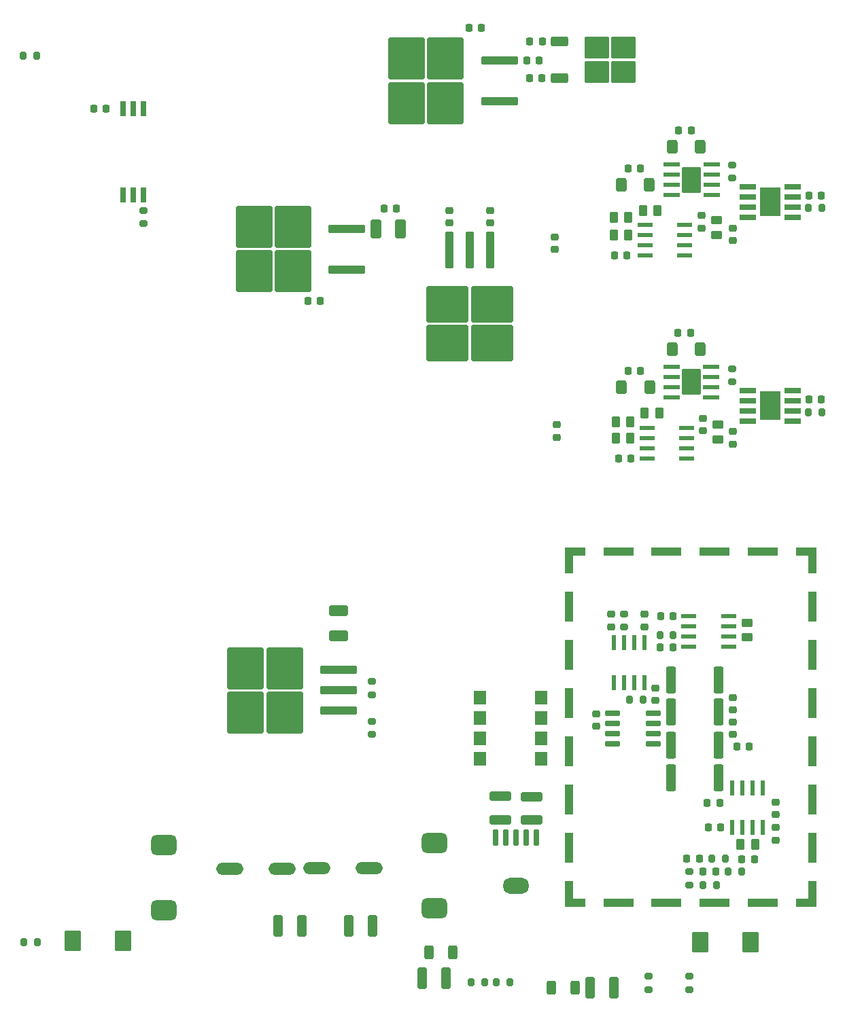
<source format=gbr>
%TF.GenerationSoftware,KiCad,Pcbnew,7.0.1*%
%TF.CreationDate,2023-05-22T18:30:33-04:00*%
%TF.ProjectId,bipolar_current_controller,6269706f-6c61-4725-9f63-757272656e74,rev?*%
%TF.SameCoordinates,Original*%
%TF.FileFunction,Paste,Top*%
%TF.FilePolarity,Positive*%
%FSLAX46Y46*%
G04 Gerber Fmt 4.6, Leading zero omitted, Abs format (unit mm)*
G04 Created by KiCad (PCBNEW 7.0.1) date 2023-05-22 18:30:33*
%MOMM*%
%LPD*%
G01*
G04 APERTURE LIST*
G04 Aperture macros list*
%AMRoundRect*
0 Rectangle with rounded corners*
0 $1 Rounding radius*
0 $2 $3 $4 $5 $6 $7 $8 $9 X,Y pos of 4 corners*
0 Add a 4 corners polygon primitive as box body*
4,1,4,$2,$3,$4,$5,$6,$7,$8,$9,$2,$3,0*
0 Add four circle primitives for the rounded corners*
1,1,$1+$1,$2,$3*
1,1,$1+$1,$4,$5*
1,1,$1+$1,$6,$7*
1,1,$1+$1,$8,$9*
0 Add four rect primitives between the rounded corners*
20,1,$1+$1,$2,$3,$4,$5,0*
20,1,$1+$1,$4,$5,$6,$7,0*
20,1,$1+$1,$6,$7,$8,$9,0*
20,1,$1+$1,$8,$9,$2,$3,0*%
G04 Aperture macros list end*
%ADD10RoundRect,0.250000X0.262500X0.450000X-0.262500X0.450000X-0.262500X-0.450000X0.262500X-0.450000X0*%
%ADD11RoundRect,0.250000X1.100000X-0.325000X1.100000X0.325000X-1.100000X0.325000X-1.100000X-0.325000X0*%
%ADD12RoundRect,0.200000X-0.200000X-0.275000X0.200000X-0.275000X0.200000X0.275000X-0.200000X0.275000X0*%
%ADD13RoundRect,0.200000X0.275000X-0.200000X0.275000X0.200000X-0.275000X0.200000X-0.275000X-0.200000X0*%
%ADD14RoundRect,0.250000X-0.362500X-1.425000X0.362500X-1.425000X0.362500X1.425000X-0.362500X1.425000X0*%
%ADD15RoundRect,0.225000X0.250000X-0.225000X0.250000X0.225000X-0.250000X0.225000X-0.250000X-0.225000X0*%
%ADD16R,2.032000X0.660400*%
%ADD17R,2.540000X3.556000*%
%ADD18RoundRect,0.200000X-0.275000X0.200000X-0.275000X-0.200000X0.275000X-0.200000X0.275000X0.200000X0*%
%ADD19RoundRect,0.218750X-0.218750X-0.256250X0.218750X-0.256250X0.218750X0.256250X-0.218750X0.256250X0*%
%ADD20R,1.000000X1.000000*%
%ADD21R,1.550000X1.000000*%
%ADD22R,3.800000X1.000000*%
%ADD23R,1.000000X2.300000*%
%ADD24R,1.000000X3.800000*%
%ADD25R,1.520000X1.780000*%
%ADD26R,1.520000X1.750000*%
%ADD27RoundRect,0.250000X-0.450000X0.262500X-0.450000X-0.262500X0.450000X-0.262500X0.450000X0.262500X0*%
%ADD28RoundRect,0.625000X-0.975000X0.625000X-0.975000X-0.625000X0.975000X-0.625000X0.975000X0.625000X0*%
%ADD29RoundRect,0.250000X-0.312500X-0.625000X0.312500X-0.625000X0.312500X0.625000X-0.312500X0.625000X0*%
%ADD30RoundRect,0.250000X-0.850000X-0.350000X0.850000X-0.350000X0.850000X0.350000X-0.850000X0.350000X0*%
%ADD31RoundRect,0.250000X-1.275000X-1.125000X1.275000X-1.125000X1.275000X1.125000X-1.275000X1.125000X0*%
%ADD32RoundRect,0.225000X-0.250000X0.225000X-0.250000X-0.225000X0.250000X-0.225000X0.250000X0.225000X0*%
%ADD33R,0.558800X1.981200*%
%ADD34O,3.400000X1.500000*%
%ADD35RoundRect,0.225000X0.225000X0.250000X-0.225000X0.250000X-0.225000X-0.250000X0.225000X-0.250000X0*%
%ADD36RoundRect,0.225000X-0.225000X-0.250000X0.225000X-0.250000X0.225000X0.250000X-0.225000X0.250000X0*%
%ADD37RoundRect,0.250000X-0.325000X-1.100000X0.325000X-1.100000X0.325000X1.100000X-0.325000X1.100000X0*%
%ADD38RoundRect,0.250000X0.450000X-0.262500X0.450000X0.262500X-0.450000X0.262500X-0.450000X-0.262500X0*%
%ADD39RoundRect,0.250000X-0.400000X-0.600000X0.400000X-0.600000X0.400000X0.600000X-0.400000X0.600000X0*%
%ADD40RoundRect,0.250000X-0.925000X0.412500X-0.925000X-0.412500X0.925000X-0.412500X0.925000X0.412500X0*%
%ADD41R,1.981200X0.558800*%
%ADD42RoundRect,0.200000X0.200000X0.275000X-0.200000X0.275000X-0.200000X-0.275000X0.200000X-0.275000X0*%
%ADD43RoundRect,0.041300X0.943700X0.253700X-0.943700X0.253700X-0.943700X-0.253700X0.943700X-0.253700X0*%
%ADD44RoundRect,0.170100X1.044900X1.414900X-1.044900X1.414900X-1.044900X-1.414900X1.044900X-1.414900X0*%
%ADD45RoundRect,0.250000X2.050000X0.300000X-2.050000X0.300000X-2.050000X-0.300000X2.050000X-0.300000X0*%
%ADD46RoundRect,0.250000X2.025000X2.375000X-2.025000X2.375000X-2.025000X-2.375000X2.025000X-2.375000X0*%
%ADD47R,1.981200X0.533400*%
%ADD48RoundRect,0.048800X0.871200X0.256200X-0.871200X0.256200X-0.871200X-0.256200X0.871200X-0.256200X0*%
%ADD49RoundRect,0.250000X0.400000X0.600000X-0.400000X0.600000X-0.400000X-0.600000X0.400000X-0.600000X0*%
%ADD50RoundRect,0.250000X-0.262500X-0.450000X0.262500X-0.450000X0.262500X0.450000X-0.262500X0.450000X0*%
%ADD51R,0.640000X1.900000*%
%ADD52RoundRect,0.250000X0.787500X1.025000X-0.787500X1.025000X-0.787500X-1.025000X0.787500X-1.025000X0*%
%ADD53RoundRect,0.250000X-0.300000X2.050000X-0.300000X-2.050000X0.300000X-2.050000X0.300000X2.050000X0*%
%ADD54RoundRect,0.250000X-2.375000X2.025000X-2.375000X-2.025000X2.375000X-2.025000X2.375000X2.025000X0*%
%ADD55RoundRect,0.049600X-0.260400X0.935400X-0.260400X-0.935400X0.260400X-0.935400X0.260400X0.935400X0*%
%ADD56RoundRect,0.788000X-0.792000X0.197000X-0.792000X-0.197000X0.792000X-0.197000X0.792000X0.197000X0*%
%ADD57RoundRect,0.250000X0.412500X0.925000X-0.412500X0.925000X-0.412500X-0.925000X0.412500X-0.925000X0*%
%ADD58RoundRect,0.250000X0.325000X1.100000X-0.325000X1.100000X-0.325000X-1.100000X0.325000X-1.100000X0*%
G04 APERTURE END LIST*
D10*
%TO.C,R13*%
X144835477Y-54101451D03*
X143010477Y-54101451D03*
%TD*%
D11*
%TO.C,C51*%
X128908093Y-127029306D03*
X128908093Y-124079306D03*
%TD*%
D12*
%TO.C,R38*%
X125244988Y-147272713D03*
X126894988Y-147272713D03*
%TD*%
D13*
%TO.C,R36*%
X112903000Y-116369000D03*
X112903000Y-114719000D03*
%TD*%
D12*
%TO.C,R32*%
X69560618Y-142239960D03*
X71210618Y-142239960D03*
%TD*%
D14*
%TO.C,R9*%
X150164262Y-113603705D03*
X156089262Y-113603705D03*
%TD*%
D10*
%TO.C,R17*%
X148440477Y-51077426D03*
X146615477Y-51077426D03*
%TD*%
D15*
%TO.C,C10*%
X135894050Y-79336617D03*
X135894050Y-77786617D03*
%TD*%
D16*
%TO.C,U8*%
X159731824Y-48110039D03*
X159731824Y-49380039D03*
X159731824Y-50650039D03*
X159731824Y-51920039D03*
X165319824Y-51920039D03*
X165319824Y-50650039D03*
X165319824Y-49380039D03*
X165319824Y-48110039D03*
D17*
X162525824Y-50015039D03*
%TD*%
D18*
%TO.C,R35*%
X147319856Y-146506237D03*
X147319856Y-148156237D03*
%TD*%
D19*
%TO.C,L4*%
X152116569Y-131854347D03*
X153691569Y-131854347D03*
%TD*%
D20*
%TO.C,TP1*%
X137419433Y-137356288D03*
D21*
X138694433Y-137356288D03*
D22*
X143569433Y-137356288D03*
X149569433Y-137356288D03*
X155569433Y-137356288D03*
X161569433Y-137356288D03*
D21*
X166444433Y-137356288D03*
D20*
X167719433Y-137356288D03*
D23*
X137419433Y-135706288D03*
X167719433Y-135706288D03*
D24*
X137419433Y-130456288D03*
X167719433Y-130456288D03*
X137419433Y-124456288D03*
X167719433Y-124456288D03*
X137419433Y-118456288D03*
X167719433Y-118456288D03*
X137419433Y-112456288D03*
X167719433Y-112456288D03*
X137419433Y-106456288D03*
X167719433Y-106456288D03*
X137419433Y-100456288D03*
X167719433Y-100456288D03*
D23*
X137419433Y-95206288D03*
X167719433Y-95206288D03*
D20*
X137419433Y-93556288D03*
D21*
X138694433Y-93556288D03*
D22*
X143569433Y-93556288D03*
X149569433Y-93556288D03*
X155569433Y-93556288D03*
X161569433Y-93556288D03*
D21*
X166444433Y-93556288D03*
D20*
X167719433Y-93556288D03*
%TD*%
D25*
%TO.C,J5*%
X133919599Y-119373256D03*
D26*
X133919599Y-116833256D03*
D25*
X133919599Y-114293256D03*
X133919599Y-111753256D03*
X126299599Y-111753256D03*
X126299599Y-114293256D03*
X126299599Y-116833256D03*
X126299599Y-119373256D03*
%TD*%
D15*
%TO.C,C30*%
X157795599Y-113303256D03*
X157795599Y-111753256D03*
%TD*%
D27*
%TO.C,R19*%
X155820967Y-52274821D03*
X155820967Y-54099821D03*
%TD*%
D28*
%TO.C,L2*%
X120650000Y-129935000D03*
X120650000Y-138035000D03*
%TD*%
D18*
%TO.C,R34*%
X152374307Y-146527951D03*
X152374307Y-148177951D03*
%TD*%
%TO.C,R1*%
X144261759Y-101349121D03*
X144261759Y-102999121D03*
%TD*%
D29*
%TO.C,R41*%
X135255000Y-147955000D03*
X138180000Y-147955000D03*
%TD*%
D30*
%TO.C,U14*%
X136242922Y-30003935D03*
D31*
X140867922Y-30758935D03*
X140867922Y-33808935D03*
X144217922Y-30758935D03*
X144217922Y-33808935D03*
D30*
X136242922Y-34563935D03*
%TD*%
D10*
%TO.C,R14*%
X144832776Y-51925154D03*
X143007776Y-51925154D03*
%TD*%
D32*
%TO.C,C2*%
X146801211Y-101394072D03*
X146801211Y-102944072D03*
%TD*%
D33*
%TO.C,U1*%
X142991759Y-109886721D03*
X144261759Y-109886721D03*
X145531759Y-109886721D03*
X146801759Y-109886721D03*
X146801759Y-104959121D03*
X145531759Y-104959121D03*
X144261759Y-104959121D03*
X142991759Y-104959121D03*
%TD*%
D15*
%TO.C,C1*%
X142669092Y-102943524D03*
X142669092Y-101393524D03*
%TD*%
D34*
%TO.C,C31*%
X95175000Y-133096000D03*
X101675000Y-133096000D03*
%TD*%
D15*
%TO.C,C27*%
X163144222Y-129532056D03*
X163144222Y-127982056D03*
%TD*%
D35*
%TO.C,C28*%
X159853599Y-117849256D03*
X158303599Y-117849256D03*
%TD*%
D13*
%TO.C,R4*%
X152446600Y-135141226D03*
X152446600Y-133491226D03*
%TD*%
D35*
%TO.C,C42*%
X126505000Y-28322000D03*
X124955000Y-28322000D03*
%TD*%
D36*
%TO.C,C25*%
X154760449Y-127979468D03*
X156310449Y-127979468D03*
%TD*%
D14*
%TO.C,R8*%
X150152330Y-109603374D03*
X156077330Y-109603374D03*
%TD*%
D35*
%TO.C,C48*%
X115964000Y-50800000D03*
X114414000Y-50800000D03*
%TD*%
D36*
%TO.C,C3*%
X154645050Y-124884019D03*
X156195050Y-124884019D03*
%TD*%
D12*
%TO.C,R10*%
X148740732Y-103957748D03*
X150390732Y-103957748D03*
%TD*%
D36*
%TO.C,C23*%
X144754000Y-45847000D03*
X146304000Y-45847000D03*
%TD*%
D13*
%TO.C,R26*%
X157734000Y-72453000D03*
X157734000Y-70803000D03*
%TD*%
D37*
%TO.C,C40*%
X140056000Y-147955000D03*
X143006000Y-147955000D03*
%TD*%
D35*
%TO.C,C43*%
X134079922Y-34569935D03*
X132529922Y-34569935D03*
%TD*%
D32*
%TO.C,C4*%
X163129762Y-124824783D03*
X163129762Y-126374783D03*
%TD*%
D38*
%TO.C,R6*%
X159648881Y-104283923D03*
X159648881Y-102458923D03*
%TD*%
D27*
%TO.C,R20*%
X155977129Y-77784556D03*
X155977129Y-79609556D03*
%TD*%
D39*
%TO.C,D4*%
X143979447Y-73068233D03*
X147479447Y-73068233D03*
%TD*%
D37*
%TO.C,C34*%
X109982000Y-140208000D03*
X112932000Y-140208000D03*
%TD*%
D10*
%TO.C,R15*%
X145065311Y-79467582D03*
X143240311Y-79467582D03*
%TD*%
D32*
%TO.C,C11*%
X153967952Y-51709949D03*
X153967952Y-53259949D03*
%TD*%
D36*
%TO.C,C16*%
X151094835Y-41061292D03*
X152644835Y-41061292D03*
%TD*%
D40*
%TO.C,C52*%
X108712000Y-100976000D03*
X108712000Y-104051000D03*
%TD*%
D41*
%TO.C,U3*%
X157287599Y-105403256D03*
X157287599Y-104133256D03*
X157287599Y-102863256D03*
X157287599Y-101593256D03*
X152359999Y-101593256D03*
X152359999Y-102863256D03*
X152359999Y-104133256D03*
X152359999Y-105403256D03*
%TD*%
D13*
%TO.C,R37*%
X112903000Y-111416000D03*
X112903000Y-109766000D03*
%TD*%
D42*
%TO.C,R39*%
X71120000Y-31750000D03*
X69470000Y-31750000D03*
%TD*%
D15*
%TO.C,C45*%
X127634000Y-52595000D03*
X127634000Y-51045000D03*
%TD*%
D43*
%TO.C,S2*%
X155182000Y-49149000D03*
X155182000Y-47879000D03*
X155182000Y-46609000D03*
X155182000Y-45339000D03*
D44*
X152711015Y-47244000D03*
D43*
X150232000Y-45339000D03*
X150232000Y-46609000D03*
X150232000Y-47879000D03*
X150232000Y-49149000D03*
%TD*%
D45*
%TO.C,U13*%
X128787000Y-37447000D03*
D46*
X122062000Y-37682000D03*
X122062000Y-32132000D03*
X117212000Y-37682000D03*
X117212000Y-32132000D03*
D45*
X128787000Y-32367000D03*
%TD*%
D47*
%TO.C,U6*%
X147176131Y-78205476D03*
X147176131Y-79475476D03*
X147176131Y-80745476D03*
X147176131Y-82015476D03*
X152103731Y-82015476D03*
X152103731Y-80745476D03*
X152103731Y-79475476D03*
X152103731Y-78205476D03*
%TD*%
D36*
%TO.C,C6*%
X148794402Y-105551513D03*
X150344402Y-105551513D03*
%TD*%
%TO.C,C14*%
X143602184Y-82011665D03*
X145152184Y-82011665D03*
%TD*%
D35*
%TO.C,C37*%
X79813108Y-38386246D03*
X78263108Y-38386246D03*
%TD*%
D15*
%TO.C,C9*%
X135636000Y-55893000D03*
X135636000Y-54343000D03*
%TD*%
D12*
%TO.C,R28*%
X157245902Y-133493984D03*
X158895902Y-133493984D03*
%TD*%
D13*
%TO.C,R25*%
X157747048Y-47035511D03*
X157747048Y-45385511D03*
%TD*%
D43*
%TO.C,S1*%
X155122372Y-74335190D03*
X155122372Y-73065190D03*
X155122372Y-71795190D03*
X155122372Y-70525190D03*
D44*
X152651387Y-72430190D03*
D43*
X150172372Y-70525190D03*
X150172372Y-71795190D03*
X150172372Y-73065190D03*
X150172372Y-74335190D03*
%TD*%
D34*
%TO.C,C32*%
X106045000Y-132999016D03*
X112545000Y-132999016D03*
%TD*%
D32*
%TO.C,C20*%
X157824633Y-78638388D03*
X157824633Y-80188388D03*
%TD*%
D15*
%TO.C,C29*%
X157795599Y-116351256D03*
X157795599Y-114801256D03*
%TD*%
D48*
%TO.C,U4*%
X147943550Y-117566361D03*
X147943550Y-116296361D03*
X147943550Y-115026361D03*
X147943550Y-113756361D03*
X142873550Y-113756361D03*
X142873550Y-115026361D03*
X142873550Y-116296361D03*
X142873550Y-117566361D03*
%TD*%
D37*
%TO.C,C33*%
X101190000Y-140208000D03*
X104140000Y-140208000D03*
%TD*%
D15*
%TO.C,C7*%
X148143599Y-112109568D03*
X148143599Y-110559568D03*
%TD*%
D10*
%TO.C,R18*%
X148660281Y-76300476D03*
X146835281Y-76300476D03*
%TD*%
D42*
%TO.C,R23*%
X168910000Y-76200000D03*
X167260000Y-76200000D03*
%TD*%
D11*
%TO.C,C49*%
X132732890Y-127068699D03*
X132732890Y-124118699D03*
%TD*%
D39*
%TO.C,D5*%
X143947000Y-47879000D03*
X147447000Y-47879000D03*
%TD*%
D35*
%TO.C,C17*%
X168860328Y-49229217D03*
X167310328Y-49229217D03*
%TD*%
D36*
%TO.C,C12*%
X143116000Y-56642000D03*
X144666000Y-56642000D03*
%TD*%
D16*
%TO.C,U7*%
X159713527Y-73477822D03*
X159713527Y-74747822D03*
X159713527Y-76017822D03*
X159713527Y-77287822D03*
X165301527Y-77287822D03*
X165301527Y-76017822D03*
X165301527Y-74747822D03*
X165301527Y-73477822D03*
D17*
X162507527Y-75382822D03*
%TD*%
D42*
%TO.C,R2*%
X146619599Y-112062434D03*
X144969599Y-112062434D03*
%TD*%
D19*
%TO.C,L3*%
X154142704Y-133486256D03*
X155717704Y-133486256D03*
%TD*%
D35*
%TO.C,C44*%
X133744000Y-32356627D03*
X132194000Y-32356627D03*
%TD*%
D12*
%TO.C,R33*%
X128396562Y-147246355D03*
X130046562Y-147246355D03*
%TD*%
D49*
%TO.C,D1*%
X153774566Y-68324454D03*
X150274566Y-68324454D03*
%TD*%
%TO.C,D2*%
X153792449Y-43125585D03*
X150292449Y-43125585D03*
%TD*%
D35*
%TO.C,C22*%
X146361062Y-71085773D03*
X144811062Y-71085773D03*
%TD*%
%TO.C,C15*%
X152558566Y-66292454D03*
X151008566Y-66292454D03*
%TD*%
D50*
%TO.C,R5*%
X158800567Y-130076091D03*
X160625567Y-130076091D03*
%TD*%
D36*
%TO.C,C5*%
X148849999Y-101593256D03*
X150399999Y-101593256D03*
%TD*%
D14*
%TO.C,R11*%
X150141803Y-121777544D03*
X156066803Y-121777544D03*
%TD*%
D12*
%TO.C,R3*%
X154120871Y-135118164D03*
X155770871Y-135118164D03*
%TD*%
D13*
%TO.C,R31*%
X84455000Y-52705000D03*
X84455000Y-51055000D03*
%TD*%
D32*
%TO.C,C8*%
X140834358Y-113785258D03*
X140834358Y-115335258D03*
%TD*%
D36*
%TO.C,C24*%
X158958633Y-131909895D03*
X160508633Y-131909895D03*
%TD*%
D29*
%TO.C,R40*%
X120015000Y-143510000D03*
X122940000Y-143510000D03*
%TD*%
D51*
%TO.C,U19*%
X81915000Y-49095000D03*
X83185000Y-49095000D03*
X84455000Y-49095000D03*
X84455000Y-38355000D03*
X83185000Y-38355000D03*
X81915000Y-38355000D03*
%TD*%
D28*
%TO.C,L1*%
X86995000Y-130175000D03*
X86995000Y-138275000D03*
%TD*%
D14*
%TO.C,R12*%
X150141803Y-117713544D03*
X156066803Y-117713544D03*
%TD*%
D12*
%TO.C,R27*%
X155230659Y-131873105D03*
X156880659Y-131873105D03*
%TD*%
D35*
%TO.C,C18*%
X168859705Y-74659132D03*
X167309705Y-74659132D03*
%TD*%
D42*
%TO.C,R22*%
X168923048Y-50782511D03*
X167273048Y-50782511D03*
%TD*%
D10*
%TO.C,R16*%
X145077979Y-77390002D03*
X143252979Y-77390002D03*
%TD*%
D47*
%TO.C,U5*%
X146882919Y-52832000D03*
X146882919Y-54102000D03*
X146882919Y-55372000D03*
X146882919Y-56642000D03*
X151810519Y-56642000D03*
X151810519Y-55372000D03*
X151810519Y-54102000D03*
X151810519Y-52832000D03*
%TD*%
D35*
%TO.C,C46*%
X106433000Y-62357000D03*
X104883000Y-62357000D03*
%TD*%
D15*
%TO.C,C47*%
X122554000Y-52595000D03*
X122554000Y-51045000D03*
%TD*%
D52*
%TO.C,C35*%
X81852500Y-142113000D03*
X75627500Y-142113000D03*
%TD*%
D32*
%TO.C,C13*%
X154137814Y-76976111D03*
X154137814Y-78526111D03*
%TD*%
D45*
%TO.C,U18*%
X108730000Y-113430000D03*
X108730000Y-110890000D03*
D46*
X102005000Y-113665000D03*
X102005000Y-108115000D03*
X97155000Y-113665000D03*
X97155000Y-108115000D03*
D45*
X108730000Y-108350000D03*
%TD*%
D53*
%TO.C,U16*%
X127615000Y-56006000D03*
X125075000Y-56006000D03*
D54*
X127850000Y-62731000D03*
X122300000Y-62731000D03*
X127850000Y-67581000D03*
X122300000Y-67581000D03*
D53*
X122535000Y-56006000D03*
%TD*%
D52*
%TO.C,C36*%
X160020000Y-142240000D03*
X153795000Y-142240000D03*
%TD*%
D55*
%TO.C,U17*%
X133350000Y-129245000D03*
X132080000Y-129245000D03*
X130810000Y-129245000D03*
X129540000Y-129245000D03*
X128270000Y-129245000D03*
D56*
X130810000Y-135255000D03*
%TD*%
D33*
%TO.C,U2*%
X157786303Y-127975144D03*
X159056303Y-127975144D03*
X160326303Y-127975144D03*
X161596303Y-127975144D03*
X161596303Y-123047544D03*
X160326303Y-123047544D03*
X159056303Y-123047544D03*
X157786303Y-123047544D03*
%TD*%
D45*
%TO.C,U15*%
X109765000Y-58409000D03*
D46*
X103040000Y-58644000D03*
X103040000Y-53094000D03*
X98190000Y-58644000D03*
X98190000Y-53094000D03*
D45*
X109765000Y-53329000D03*
%TD*%
D57*
%TO.C,C50*%
X116472500Y-53329000D03*
X113397500Y-53329000D03*
%TD*%
D35*
%TO.C,C41*%
X134092922Y-29997935D03*
X132542922Y-29997935D03*
%TD*%
D32*
%TO.C,C19*%
X157822898Y-53282276D03*
X157822898Y-54832276D03*
%TD*%
D58*
%TO.C,C39*%
X122071486Y-146788354D03*
X119121486Y-146788354D03*
%TD*%
M02*

</source>
